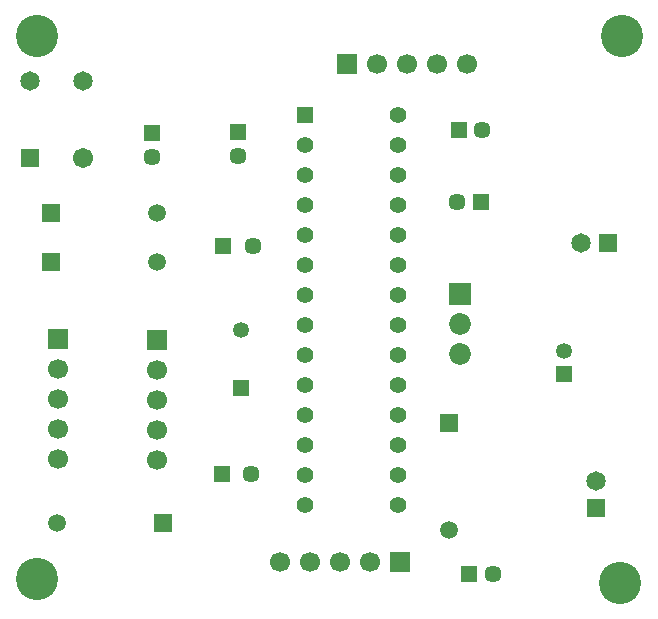
<source format=gts>
G04*
G04 #@! TF.GenerationSoftware,Altium Limited,Altium Designer,23.2.1 (34)*
G04*
G04 Layer_Color=8388736*
%FSLAX44Y44*%
%MOMM*%
G71*
G04*
G04 #@! TF.SameCoordinates,3E65621F-DDE3-4266-9229-7E2A0E2672EE*
G04*
G04*
G04 #@! TF.FilePolarity,Negative*
G04*
G01*
G75*
%ADD15C,1.7032*%
%ADD16C,1.6500*%
%ADD17R,1.6500X1.6500*%
%ADD18R,1.4500X1.4500*%
%ADD19C,1.4500*%
%ADD20R,1.6500X1.6500*%
%ADD21C,1.8500*%
%ADD22R,1.8500X1.8500*%
%ADD23C,3.5790*%
%ADD24C,1.5000*%
%ADD25R,1.5000X1.5000*%
%ADD26R,1.4500X1.4500*%
%ADD27R,1.5000X1.5000*%
%ADD28R,1.7000X1.7000*%
%ADD29C,1.7000*%
%ADD30R,1.7000X1.7000*%
%ADD31C,1.4000*%
%ADD32R,1.4000X1.4000*%
%ADD33R,1.3500X1.3500*%
%ADD34C,1.3500*%
D15*
X72030Y392950D02*
D03*
D16*
Y457950D02*
D03*
X27030D02*
D03*
X494060Y321310D02*
D03*
X506730Y119350D02*
D03*
D17*
X27030Y392950D02*
D03*
X506730Y96550D02*
D03*
D18*
X130810Y413860D02*
D03*
X203200Y414970D02*
D03*
D19*
X130810Y393860D02*
D03*
X203200Y394970D02*
D03*
X214430Y125730D02*
D03*
X418940Y40640D02*
D03*
X215700Y318770D02*
D03*
X410210Y416560D02*
D03*
X388940Y355600D02*
D03*
D20*
X516860Y321310D02*
D03*
D21*
X391160Y227330D02*
D03*
Y252730D02*
D03*
D22*
Y278130D02*
D03*
D23*
X527050Y33020D02*
D03*
X33020Y36830D02*
D03*
X528320Y496570D02*
D03*
X33020D02*
D03*
D24*
X135170Y346710D02*
D03*
X382270Y78190D02*
D03*
X135170Y304800D02*
D03*
X50250Y83820D02*
D03*
D25*
X45170Y346710D02*
D03*
Y304800D02*
D03*
X140250Y83820D02*
D03*
D26*
X189430Y125730D02*
D03*
X398940Y40640D02*
D03*
X190700Y318770D02*
D03*
X390210Y416560D02*
D03*
X408940Y355600D02*
D03*
D27*
X382270Y168190D02*
D03*
D28*
X50800Y240030D02*
D03*
X134620Y238760D02*
D03*
D29*
X50800Y214630D02*
D03*
Y189230D02*
D03*
Y163830D02*
D03*
Y138430D02*
D03*
X238760Y50800D02*
D03*
X264160D02*
D03*
X289560D02*
D03*
X314960D02*
D03*
X134620Y213360D02*
D03*
Y187960D02*
D03*
Y162560D02*
D03*
Y137160D02*
D03*
X397510Y472440D02*
D03*
X372110D02*
D03*
X346710D02*
D03*
X321310D02*
D03*
D30*
X340360Y50800D02*
D03*
X295910Y472440D02*
D03*
D31*
X339090Y429260D02*
D03*
Y403860D02*
D03*
Y378460D02*
D03*
Y353060D02*
D03*
Y327660D02*
D03*
Y302260D02*
D03*
Y276860D02*
D03*
Y251460D02*
D03*
Y226060D02*
D03*
Y200660D02*
D03*
Y175260D02*
D03*
Y149860D02*
D03*
Y124460D02*
D03*
Y99060D02*
D03*
X260350D02*
D03*
Y124460D02*
D03*
Y149860D02*
D03*
Y175260D02*
D03*
Y200660D02*
D03*
Y226060D02*
D03*
Y251460D02*
D03*
Y276860D02*
D03*
Y302260D02*
D03*
Y327660D02*
D03*
Y353060D02*
D03*
Y378460D02*
D03*
Y403860D02*
D03*
D32*
Y429260D02*
D03*
D33*
X205740Y198120D02*
D03*
X479690Y209710D02*
D03*
D34*
X205740Y247120D02*
D03*
X479690Y229710D02*
D03*
M02*

</source>
